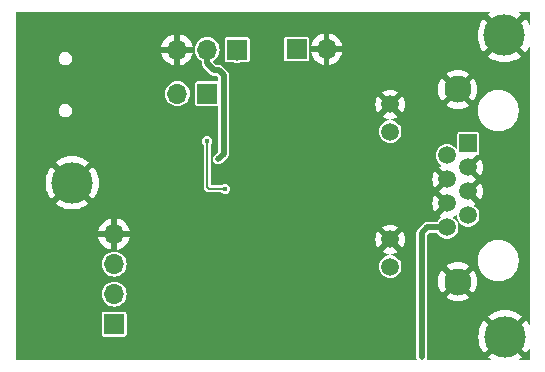
<source format=gbr>
%TF.GenerationSoftware,KiCad,Pcbnew,8.0.5*%
%TF.CreationDate,2024-10-10T08:51:45+02:00*%
%TF.ProjectId,USB-Extender_v1,5553422d-4578-4746-956e-6465725f7631,rev?*%
%TF.SameCoordinates,Original*%
%TF.FileFunction,Copper,L2,Bot*%
%TF.FilePolarity,Positive*%
%FSLAX46Y46*%
G04 Gerber Fmt 4.6, Leading zero omitted, Abs format (unit mm)*
G04 Created by KiCad (PCBNEW 8.0.5) date 2024-10-10 08:51:45*
%MOMM*%
%LPD*%
G01*
G04 APERTURE LIST*
%TA.AperFunction,ComponentPad*%
%ADD10R,1.700000X1.700000*%
%TD*%
%TA.AperFunction,ComponentPad*%
%ADD11O,1.700000X1.700000*%
%TD*%
%TA.AperFunction,ComponentPad*%
%ADD12C,3.500000*%
%TD*%
%TA.AperFunction,ComponentPad*%
%ADD13R,1.500000X1.500000*%
%TD*%
%TA.AperFunction,ComponentPad*%
%ADD14C,1.500000*%
%TD*%
%TA.AperFunction,ComponentPad*%
%ADD15C,2.300000*%
%TD*%
%TA.AperFunction,ViaPad*%
%ADD16C,0.450000*%
%TD*%
%TA.AperFunction,Conductor*%
%ADD17C,0.500000*%
%TD*%
%TA.AperFunction,Conductor*%
%ADD18C,0.200000*%
%TD*%
G04 APERTURE END LIST*
D10*
%TO.P,J5,1,Pin_1*%
%TO.N,+5V*%
X125857000Y-62052200D03*
D11*
%TO.P,J5,2,Pin_2*%
%TO.N,GND*%
X128397000Y-62052200D03*
%TD*%
D10*
%TO.P,J6,1,Pin_1*%
%TO.N,+5V*%
X118318200Y-65836800D03*
D11*
%TO.P,J6,2,Pin_2*%
X115778200Y-65836800D03*
%TD*%
D10*
%TO.P,J4,1,Pin_1*%
%TO.N,+5V*%
X110420000Y-85344000D03*
D11*
%TO.P,J4,2,Pin_2*%
%TO.N,Net-(J3-D-)*%
X110420000Y-82804000D03*
%TO.P,J4,3,Pin_3*%
%TO.N,Net-(J3-D+)*%
X110420000Y-80264000D03*
%TO.P,J4,4,Pin_4*%
%TO.N,GND*%
X110420000Y-77724000D03*
%TD*%
D12*
%TO.P,H2,1,1*%
%TO.N,GND*%
X143510000Y-86410800D03*
%TD*%
%TO.P,H3,1,1*%
%TO.N,GND*%
X143459200Y-60909200D03*
%TD*%
D10*
%TO.P,J2,1,Pin_1*%
%TO.N,+5V*%
X120827800Y-62103000D03*
D11*
%TO.P,J2,2,Pin_2*%
%TO.N,MODE*%
X118287800Y-62103000D03*
%TO.P,J2,3,Pin_3*%
%TO.N,GND*%
X115747800Y-62103000D03*
%TD*%
D13*
%TO.P,J1,1*%
%TO.N,Net-(U1-XD+)*%
X140387800Y-70049200D03*
D14*
%TO.P,J1,2*%
%TO.N,Net-(U1-XD-)*%
X138607800Y-71065200D03*
%TO.P,J1,3*%
%TO.N,GND*%
X140387800Y-72081200D03*
%TO.P,J1,4*%
X138607800Y-73097200D03*
%TO.P,J1,5*%
X140387800Y-74113200D03*
%TO.P,J1,6*%
X138607800Y-75129200D03*
%TO.P,J1,7*%
%TO.N,+5V*%
X140387800Y-76145200D03*
%TO.P,J1,8*%
X138607800Y-77161200D03*
%TO.P,J1,9*%
%TO.N,GND*%
X133787800Y-66749200D03*
%TO.P,J1,10*%
%TO.N,unconnected-(J1-Pad10)*%
X133787800Y-69039200D03*
%TO.P,J1,11*%
%TO.N,GND*%
X133787800Y-78179200D03*
%TO.P,J1,12*%
%TO.N,Net-(J1-Pad12)*%
X133787800Y-80469200D03*
D15*
%TO.P,J1,SH*%
%TO.N,GND*%
X139497800Y-65479200D03*
X139497800Y-81739200D03*
%TD*%
D12*
%TO.P,H1,1,1*%
%TO.N,GND*%
X106857800Y-73380600D03*
%TD*%
D16*
%TO.N,GND*%
X111861600Y-64871600D03*
X113411000Y-71856600D03*
X128752600Y-87807800D03*
%TO.N,+5V*%
X136448800Y-88150000D03*
X118287800Y-69850000D03*
X119811800Y-73888600D03*
%TO.N,MODE*%
X119227600Y-71374000D03*
%TD*%
D17*
%TO.N,+5V*%
X136448800Y-88150000D02*
X136448800Y-77622400D01*
D18*
X118287800Y-73761600D02*
X118414800Y-73888600D01*
D17*
X136448800Y-77622400D02*
X136910000Y-77161200D01*
D18*
X118318200Y-69845000D02*
X118287800Y-69875400D01*
X118287800Y-69875400D02*
X118287800Y-73761600D01*
D17*
X136910000Y-77161200D02*
X138607800Y-77161200D01*
D18*
X118414800Y-73888600D02*
X119811800Y-73888600D01*
D17*
X120853200Y-62814200D02*
X120650000Y-62611000D01*
%TO.N,MODE*%
X119227600Y-71374000D02*
X119684800Y-70916800D01*
X118872000Y-63855600D02*
X118287800Y-63271400D01*
X119684800Y-64262000D02*
X119278400Y-63855600D01*
X118287800Y-62788800D02*
X118110000Y-62611000D01*
X119278400Y-63855600D02*
X118872000Y-63855600D01*
X119684800Y-70916800D02*
X119684800Y-64262000D01*
X118287800Y-63271400D02*
X118287800Y-62661800D01*
%TD*%
%TA.AperFunction,Conductor*%
%TO.N,GND*%
G36*
X142258724Y-58934852D02*
G01*
X142273076Y-58969500D01*
X142258724Y-59004148D01*
X142251299Y-59010242D01*
X142086549Y-59120324D01*
X142053159Y-59149605D01*
X142876463Y-59972909D01*
X142742598Y-60070167D01*
X142620167Y-60192598D01*
X142522909Y-60326462D01*
X141699605Y-59503159D01*
X141670324Y-59536549D01*
X141506462Y-59781785D01*
X141376010Y-60046316D01*
X141281201Y-60325613D01*
X141223661Y-60614891D01*
X141204372Y-60909198D01*
X141204372Y-60909201D01*
X141223661Y-61203508D01*
X141281201Y-61492786D01*
X141376010Y-61772083D01*
X141506462Y-62036614D01*
X141670324Y-62281852D01*
X141699604Y-62315239D01*
X141699605Y-62315240D01*
X142522908Y-61491936D01*
X142620167Y-61625802D01*
X142742598Y-61748233D01*
X142876462Y-61845490D01*
X142053158Y-62668793D01*
X142053159Y-62668794D01*
X142086547Y-62698075D01*
X142331785Y-62861937D01*
X142596316Y-62992389D01*
X142875613Y-63087198D01*
X143164891Y-63144738D01*
X143459199Y-63164028D01*
X143459201Y-63164028D01*
X143753508Y-63144738D01*
X144042786Y-63087198D01*
X144322083Y-62992389D01*
X144586614Y-62861937D01*
X144831852Y-62698075D01*
X144865239Y-62668794D01*
X144865240Y-62668793D01*
X144041937Y-61845490D01*
X144175802Y-61748233D01*
X144298233Y-61625802D01*
X144395490Y-61491937D01*
X145218793Y-62315240D01*
X145218794Y-62315239D01*
X145248075Y-62281852D01*
X145411937Y-62036614D01*
X145507353Y-61843129D01*
X145535549Y-61818401D01*
X145572972Y-61820854D01*
X145597700Y-61849050D01*
X145600300Y-61864801D01*
X145600300Y-85352185D01*
X145585948Y-85386833D01*
X145551300Y-85401185D01*
X145516652Y-85386833D01*
X145507353Y-85373857D01*
X145462737Y-85283385D01*
X145298875Y-85038147D01*
X145269594Y-85004759D01*
X145269593Y-85004758D01*
X144446289Y-85828061D01*
X144349033Y-85694198D01*
X144226602Y-85571767D01*
X144092736Y-85474508D01*
X144916040Y-84651205D01*
X144916039Y-84651204D01*
X144882652Y-84621924D01*
X144637414Y-84458062D01*
X144372883Y-84327610D01*
X144093586Y-84232801D01*
X143804308Y-84175261D01*
X143510001Y-84155972D01*
X143509999Y-84155972D01*
X143215691Y-84175261D01*
X142926413Y-84232801D01*
X142647116Y-84327610D01*
X142382585Y-84458062D01*
X142137349Y-84621924D01*
X142103959Y-84651205D01*
X142927263Y-85474509D01*
X142793398Y-85571767D01*
X142670967Y-85694198D01*
X142573709Y-85828062D01*
X141750405Y-85004759D01*
X141721124Y-85038149D01*
X141557262Y-85283385D01*
X141426810Y-85547916D01*
X141332001Y-85827213D01*
X141274461Y-86116491D01*
X141255172Y-86410798D01*
X141255172Y-86410801D01*
X141274461Y-86705108D01*
X141332001Y-86994386D01*
X141426810Y-87273683D01*
X141557262Y-87538214D01*
X141721124Y-87783452D01*
X141750404Y-87816839D01*
X141750405Y-87816840D01*
X142573708Y-86993536D01*
X142670967Y-87127402D01*
X142793398Y-87249833D01*
X142927262Y-87347090D01*
X142103958Y-88170393D01*
X142103959Y-88170394D01*
X142137347Y-88199675D01*
X142302099Y-88309758D01*
X142322934Y-88340940D01*
X142315618Y-88377723D01*
X142284436Y-88398558D01*
X142274876Y-88399500D01*
X136909814Y-88399500D01*
X136875166Y-88385148D01*
X136860814Y-88350500D01*
X136867378Y-88326001D01*
X136868599Y-88323886D01*
X136883949Y-88266597D01*
X136899300Y-88209311D01*
X136899300Y-81739200D01*
X137842698Y-81739200D01*
X137863075Y-81998117D01*
X137923703Y-82250653D01*
X138023094Y-82490604D01*
X138023096Y-82490607D01*
X138158787Y-82712034D01*
X138158796Y-82712047D01*
X138164601Y-82718844D01*
X138793433Y-82090012D01*
X138802142Y-82111037D01*
X138888051Y-82239608D01*
X138997392Y-82348949D01*
X139125963Y-82434858D01*
X139146986Y-82443566D01*
X138518154Y-83072398D01*
X138524949Y-83078201D01*
X138524961Y-83078210D01*
X138746392Y-83213903D01*
X138746395Y-83213905D01*
X138986346Y-83313296D01*
X139238882Y-83373924D01*
X139497800Y-83394301D01*
X139756717Y-83373924D01*
X140009253Y-83313296D01*
X140249204Y-83213905D01*
X140249207Y-83213903D01*
X140470645Y-83078205D01*
X140470647Y-83078204D01*
X140477444Y-83072398D01*
X140477445Y-83072398D01*
X139848613Y-82443566D01*
X139869637Y-82434858D01*
X139998208Y-82348949D01*
X140107549Y-82239608D01*
X140193458Y-82111037D01*
X140202166Y-82090013D01*
X140830998Y-82718845D01*
X140830998Y-82718844D01*
X140836804Y-82712047D01*
X140836805Y-82712045D01*
X140972503Y-82490607D01*
X140972505Y-82490604D01*
X141071896Y-82250653D01*
X141132524Y-81998117D01*
X141152901Y-81739200D01*
X141132524Y-81480282D01*
X141071896Y-81227746D01*
X140972505Y-80987795D01*
X140972503Y-80987792D01*
X140836810Y-80766361D01*
X140836801Y-80766349D01*
X140830998Y-80759554D01*
X140202166Y-81388385D01*
X140193458Y-81367363D01*
X140107549Y-81238792D01*
X139998208Y-81129451D01*
X139869637Y-81043542D01*
X139848611Y-81034833D01*
X140477444Y-80406001D01*
X140470647Y-80400196D01*
X140470634Y-80400187D01*
X140249207Y-80264496D01*
X140249204Y-80264494D01*
X140009253Y-80165103D01*
X139756717Y-80104475D01*
X139497800Y-80084098D01*
X139238882Y-80104475D01*
X138986346Y-80165103D01*
X138746395Y-80264494D01*
X138746392Y-80264496D01*
X138524959Y-80400190D01*
X138524957Y-80400192D01*
X138518154Y-80406001D01*
X139146986Y-81034833D01*
X139125963Y-81043542D01*
X138997392Y-81129451D01*
X138888051Y-81238792D01*
X138802142Y-81367363D01*
X138793433Y-81388386D01*
X138164601Y-80759554D01*
X138158792Y-80766357D01*
X138158790Y-80766359D01*
X138023096Y-80987792D01*
X138023094Y-80987795D01*
X137923703Y-81227746D01*
X137863075Y-81480282D01*
X137842698Y-81739200D01*
X136899300Y-81739200D01*
X136899300Y-79844794D01*
X141182300Y-79844794D01*
X141182300Y-80073606D01*
X141212166Y-80300461D01*
X141212167Y-80300465D01*
X141212168Y-80300472D01*
X141271384Y-80521469D01*
X141271388Y-80521479D01*
X141358950Y-80732872D01*
X141473354Y-80931025D01*
X141473364Y-80931040D01*
X141612643Y-81112551D01*
X141612653Y-81112563D01*
X141774436Y-81274346D01*
X141774448Y-81274356D01*
X141955959Y-81413635D01*
X141955968Y-81413641D01*
X141955972Y-81413644D01*
X142154129Y-81528050D01*
X142365524Y-81615613D01*
X142365527Y-81615613D01*
X142365530Y-81615615D01*
X142586527Y-81674831D01*
X142586528Y-81674831D01*
X142586539Y-81674834D01*
X142813394Y-81704700D01*
X142813398Y-81704700D01*
X143042202Y-81704700D01*
X143042206Y-81704700D01*
X143269061Y-81674834D01*
X143490076Y-81615613D01*
X143701471Y-81528050D01*
X143899628Y-81413644D01*
X144081157Y-81274352D01*
X144242952Y-81112557D01*
X144382244Y-80931028D01*
X144496650Y-80732871D01*
X144584213Y-80521476D01*
X144598024Y-80469935D01*
X144643431Y-80300472D01*
X144643430Y-80300472D01*
X144643434Y-80300461D01*
X144673300Y-80073606D01*
X144673300Y-79844794D01*
X144643434Y-79617939D01*
X144643431Y-79617927D01*
X144584215Y-79396930D01*
X144584211Y-79396920D01*
X144579818Y-79386315D01*
X144496650Y-79185529D01*
X144382244Y-78987372D01*
X144382241Y-78987368D01*
X144382235Y-78987359D01*
X144242956Y-78805848D01*
X144242946Y-78805836D01*
X144081163Y-78644053D01*
X144081151Y-78644043D01*
X143899640Y-78504764D01*
X143899625Y-78504754D01*
X143701472Y-78390350D01*
X143490079Y-78302788D01*
X143490069Y-78302784D01*
X143269072Y-78243568D01*
X143269065Y-78243567D01*
X143269061Y-78243566D01*
X143042206Y-78213700D01*
X142813394Y-78213700D01*
X142586539Y-78243566D01*
X142586535Y-78243566D01*
X142586527Y-78243568D01*
X142365530Y-78302784D01*
X142365520Y-78302788D01*
X142154127Y-78390350D01*
X141955974Y-78504754D01*
X141955959Y-78504764D01*
X141774448Y-78644043D01*
X141774436Y-78644053D01*
X141612653Y-78805836D01*
X141612643Y-78805848D01*
X141473364Y-78987359D01*
X141473354Y-78987374D01*
X141358950Y-79185527D01*
X141271388Y-79396920D01*
X141271384Y-79396930D01*
X141212168Y-79617927D01*
X141212166Y-79617935D01*
X141212166Y-79617939D01*
X141182300Y-79844794D01*
X136899300Y-79844794D01*
X136899300Y-77829299D01*
X136913652Y-77794651D01*
X137082251Y-77626052D01*
X137116899Y-77611700D01*
X137741467Y-77611700D01*
X137776115Y-77626052D01*
X137784681Y-77637602D01*
X137813659Y-77691818D01*
X137813663Y-77691823D01*
X137813663Y-77691824D01*
X137813668Y-77691830D01*
X137932440Y-77836554D01*
X137932441Y-77836555D01*
X137932443Y-77836557D01*
X137993136Y-77886366D01*
X138077168Y-77955331D01*
X138077175Y-77955336D01*
X138242299Y-78043596D01*
X138421469Y-78097947D01*
X138607800Y-78116299D01*
X138794131Y-78097947D01*
X138973301Y-78043596D01*
X139138425Y-77955336D01*
X139283157Y-77836557D01*
X139401936Y-77691825D01*
X139490196Y-77526701D01*
X139544547Y-77347531D01*
X139562899Y-77161200D01*
X139544547Y-76974869D01*
X139490196Y-76795699D01*
X139401936Y-76630575D01*
X139401931Y-76630568D01*
X139303558Y-76510702D01*
X139283157Y-76485843D01*
X139215082Y-76429975D01*
X139138431Y-76367068D01*
X139138427Y-76367066D01*
X139138428Y-76367066D01*
X139138425Y-76367064D01*
X139118871Y-76356612D01*
X139095081Y-76327622D01*
X139098757Y-76290300D01*
X139121263Y-76268990D01*
X139235186Y-76215867D01*
X139235192Y-76215864D01*
X139357814Y-76130002D01*
X139394428Y-76121884D01*
X139426058Y-76142034D01*
X139434684Y-76165337D01*
X139451053Y-76331531D01*
X139451053Y-76331532D01*
X139505404Y-76510702D01*
X139593663Y-76675824D01*
X139593668Y-76675831D01*
X139622285Y-76710700D01*
X139712443Y-76820557D01*
X139751886Y-76852927D01*
X139857168Y-76939331D01*
X139857175Y-76939336D01*
X140022299Y-77027596D01*
X140201469Y-77081947D01*
X140387800Y-77100299D01*
X140574131Y-77081947D01*
X140753301Y-77027596D01*
X140918425Y-76939336D01*
X141063157Y-76820557D01*
X141181936Y-76675825D01*
X141270196Y-76510701D01*
X141324547Y-76331531D01*
X141342899Y-76145200D01*
X141324547Y-75958869D01*
X141270196Y-75779699D01*
X141181936Y-75614575D01*
X141181931Y-75614568D01*
X141123913Y-75543874D01*
X141063157Y-75469843D01*
X140981022Y-75402436D01*
X140918431Y-75351068D01*
X140918427Y-75351066D01*
X140918428Y-75351066D01*
X140918425Y-75351064D01*
X140898871Y-75340612D01*
X140875081Y-75311622D01*
X140878757Y-75274300D01*
X140901263Y-75252990D01*
X141015180Y-75199870D01*
X141015189Y-75199865D01*
X141077370Y-75156324D01*
X141077370Y-75156323D01*
X140472302Y-74551255D01*
X140559564Y-74527874D01*
X140661036Y-74469289D01*
X140743889Y-74386436D01*
X140802474Y-74284964D01*
X140825855Y-74197702D01*
X141430923Y-74802770D01*
X141430924Y-74802770D01*
X141474465Y-74740589D01*
X141474470Y-74740579D01*
X141566903Y-74542355D01*
X141566905Y-74542350D01*
X141623510Y-74331097D01*
X141623511Y-74331091D01*
X141642574Y-74113200D01*
X141623511Y-73895308D01*
X141623510Y-73895302D01*
X141566905Y-73684049D01*
X141566904Y-73684044D01*
X141474468Y-73485814D01*
X141474460Y-73485802D01*
X141430926Y-73423628D01*
X141430924Y-73423628D01*
X140825855Y-74028697D01*
X140802474Y-73941436D01*
X140743889Y-73839964D01*
X140661036Y-73757111D01*
X140559564Y-73698526D01*
X140472302Y-73675144D01*
X141050246Y-73097201D01*
X141050246Y-73097199D01*
X140472302Y-72519255D01*
X140559564Y-72495874D01*
X140661036Y-72437289D01*
X140743889Y-72354436D01*
X140802474Y-72252964D01*
X140825855Y-72165702D01*
X141430923Y-72770770D01*
X141430924Y-72770770D01*
X141474465Y-72708589D01*
X141474470Y-72708579D01*
X141566903Y-72510355D01*
X141566905Y-72510350D01*
X141623510Y-72299097D01*
X141623511Y-72299091D01*
X141642574Y-72081200D01*
X141623511Y-71863308D01*
X141623510Y-71863302D01*
X141566905Y-71652049D01*
X141566904Y-71652044D01*
X141474468Y-71453814D01*
X141474460Y-71453802D01*
X141430926Y-71391628D01*
X141430924Y-71391628D01*
X140825855Y-71996697D01*
X140802474Y-71909436D01*
X140743889Y-71807964D01*
X140661036Y-71725111D01*
X140559564Y-71666526D01*
X140472302Y-71643144D01*
X141086134Y-71029310D01*
X141089952Y-71017203D01*
X141123218Y-70999886D01*
X141127488Y-70999700D01*
X141157545Y-70999700D01*
X141157548Y-70999700D01*
X141216031Y-70988067D01*
X141282352Y-70943752D01*
X141326667Y-70877431D01*
X141338300Y-70818948D01*
X141338300Y-69279452D01*
X141326667Y-69220969D01*
X141300101Y-69181212D01*
X141282352Y-69154647D01*
X141242595Y-69128082D01*
X141216031Y-69110333D01*
X141157548Y-69098700D01*
X139618052Y-69098700D01*
X139559569Y-69110333D01*
X139493247Y-69154647D01*
X139448933Y-69220969D01*
X139437300Y-69279452D01*
X139437300Y-69279455D01*
X139437300Y-70440720D01*
X139422948Y-70475368D01*
X139388300Y-70489720D01*
X139353652Y-70475368D01*
X139350423Y-70471806D01*
X139324911Y-70440720D01*
X139283157Y-70389843D01*
X139215082Y-70333975D01*
X139138431Y-70271068D01*
X139138424Y-70271063D01*
X138973302Y-70182804D01*
X138794131Y-70128453D01*
X138607800Y-70110101D01*
X138421468Y-70128453D01*
X138421467Y-70128453D01*
X138242297Y-70182804D01*
X138077175Y-70271063D01*
X138077168Y-70271068D01*
X137932443Y-70389843D01*
X137813668Y-70534568D01*
X137813663Y-70534575D01*
X137725404Y-70699697D01*
X137671053Y-70878867D01*
X137671053Y-70878868D01*
X137652701Y-71065199D01*
X137652701Y-71065200D01*
X137671053Y-71251531D01*
X137725404Y-71430702D01*
X137813663Y-71595824D01*
X137813668Y-71595831D01*
X137858628Y-71650614D01*
X137932443Y-71740557D01*
X138077175Y-71859336D01*
X138096725Y-71869786D01*
X138120517Y-71898775D01*
X138116842Y-71936098D01*
X138094336Y-71957409D01*
X137980413Y-72010532D01*
X137918228Y-72054074D01*
X138523297Y-72659144D01*
X138436036Y-72682526D01*
X138334564Y-72741111D01*
X138251711Y-72823964D01*
X138193126Y-72925436D01*
X138169744Y-73012698D01*
X137564674Y-72407628D01*
X137521132Y-72469814D01*
X137521131Y-72469816D01*
X137428695Y-72668044D01*
X137428694Y-72668049D01*
X137372089Y-72879302D01*
X137372088Y-72879308D01*
X137353025Y-73097200D01*
X137372088Y-73315091D01*
X137372089Y-73315097D01*
X137428694Y-73526350D01*
X137428696Y-73526355D01*
X137521131Y-73724586D01*
X137521138Y-73724598D01*
X137564672Y-73786770D01*
X137564674Y-73786770D01*
X138169744Y-73181701D01*
X138193126Y-73268964D01*
X138251711Y-73370436D01*
X138334564Y-73453289D01*
X138436036Y-73511874D01*
X138523297Y-73535255D01*
X137945353Y-74113200D01*
X138523297Y-74691144D01*
X138436036Y-74714526D01*
X138334564Y-74773111D01*
X138251711Y-74855964D01*
X138193126Y-74957436D01*
X138169744Y-75044698D01*
X137564674Y-74439628D01*
X137521132Y-74501814D01*
X137521131Y-74501816D01*
X137428695Y-74700044D01*
X137428694Y-74700049D01*
X137372089Y-74911302D01*
X137372088Y-74911308D01*
X137353025Y-75129200D01*
X137372088Y-75347091D01*
X137372089Y-75347097D01*
X137428694Y-75558350D01*
X137428696Y-75558355D01*
X137521131Y-75756586D01*
X137521138Y-75756598D01*
X137564672Y-75818770D01*
X137564674Y-75818770D01*
X138169744Y-75213701D01*
X138193126Y-75300964D01*
X138251711Y-75402436D01*
X138334564Y-75485289D01*
X138436036Y-75543874D01*
X138523295Y-75567255D01*
X137918228Y-76172323D01*
X137918228Y-76172325D01*
X137980412Y-76215866D01*
X137980420Y-76215870D01*
X138094336Y-76268990D01*
X138119673Y-76296640D01*
X138118037Y-76334107D01*
X138096728Y-76356612D01*
X138077175Y-76367063D01*
X138077168Y-76367068D01*
X137932440Y-76485845D01*
X137813668Y-76630569D01*
X137813659Y-76630581D01*
X137784681Y-76684798D01*
X137755691Y-76708590D01*
X137741467Y-76710700D01*
X136850688Y-76710700D01*
X136736117Y-76741399D01*
X136736111Y-76741401D01*
X136721708Y-76749718D01*
X136633385Y-76800711D01*
X136633385Y-76800712D01*
X136088312Y-77345785D01*
X136088311Y-77345785D01*
X136029001Y-77448511D01*
X136027332Y-77454743D01*
X136027331Y-77454742D01*
X136027331Y-77454746D01*
X135998300Y-77563088D01*
X135998300Y-88209311D01*
X136029000Y-88323884D01*
X136029000Y-88323886D01*
X136030222Y-88326001D01*
X136035116Y-88363183D01*
X136012285Y-88392936D01*
X135987786Y-88399500D01*
X102149500Y-88399500D01*
X102114852Y-88385148D01*
X102100500Y-88350500D01*
X102100500Y-84474252D01*
X109369500Y-84474252D01*
X109369500Y-86213748D01*
X109381133Y-86272231D01*
X109398882Y-86298795D01*
X109425447Y-86338552D01*
X109452012Y-86356301D01*
X109491769Y-86382867D01*
X109550252Y-86394500D01*
X109550255Y-86394500D01*
X111289745Y-86394500D01*
X111289748Y-86394500D01*
X111348231Y-86382867D01*
X111414552Y-86338552D01*
X111458867Y-86272231D01*
X111470500Y-86213748D01*
X111470500Y-84474252D01*
X111458867Y-84415769D01*
X111432301Y-84376012D01*
X111414552Y-84349447D01*
X111374795Y-84322882D01*
X111348231Y-84305133D01*
X111289748Y-84293500D01*
X109550252Y-84293500D01*
X109491769Y-84305133D01*
X109425447Y-84349447D01*
X109381133Y-84415769D01*
X109369500Y-84474252D01*
X102100500Y-84474252D01*
X102100500Y-82803999D01*
X109364417Y-82803999D01*
X109364417Y-82804000D01*
X109384700Y-83009934D01*
X109384700Y-83009935D01*
X109405411Y-83078210D01*
X109444768Y-83207954D01*
X109542315Y-83390450D01*
X109673590Y-83550410D01*
X109833550Y-83681685D01*
X110016046Y-83779232D01*
X110214066Y-83839300D01*
X110420000Y-83859583D01*
X110625934Y-83839300D01*
X110823954Y-83779232D01*
X111006450Y-83681685D01*
X111166410Y-83550410D01*
X111297685Y-83390450D01*
X111395232Y-83207954D01*
X111455300Y-83009934D01*
X111475583Y-82804000D01*
X111455300Y-82598066D01*
X111395232Y-82400046D01*
X111297685Y-82217550D01*
X111166410Y-82057590D01*
X111006450Y-81926315D01*
X110823954Y-81828768D01*
X110625934Y-81768700D01*
X110420000Y-81748417D01*
X110214065Y-81768700D01*
X110214064Y-81768700D01*
X110016043Y-81828769D01*
X109833548Y-81926316D01*
X109673590Y-82057590D01*
X109542316Y-82217548D01*
X109444769Y-82400043D01*
X109384700Y-82598064D01*
X109384700Y-82598065D01*
X109364417Y-82803999D01*
X102100500Y-82803999D01*
X102100500Y-80264000D01*
X109364417Y-80264000D01*
X109384700Y-80469934D01*
X109444768Y-80667954D01*
X109542315Y-80850450D01*
X109673590Y-81010410D01*
X109833550Y-81141685D01*
X110016046Y-81239232D01*
X110214066Y-81299300D01*
X110420000Y-81319583D01*
X110625934Y-81299300D01*
X110823954Y-81239232D01*
X111006450Y-81141685D01*
X111166410Y-81010410D01*
X111297685Y-80850450D01*
X111395232Y-80667954D01*
X111455300Y-80469934D01*
X111475583Y-80264000D01*
X111455300Y-80058066D01*
X111395232Y-79860046D01*
X111297685Y-79677550D01*
X111166410Y-79517590D01*
X111006450Y-79386315D01*
X110823954Y-79288768D01*
X110625934Y-79228700D01*
X110420000Y-79208417D01*
X110214065Y-79228700D01*
X110214064Y-79228700D01*
X110016043Y-79288769D01*
X109833548Y-79386316D01*
X109673590Y-79517590D01*
X109542316Y-79677548D01*
X109444769Y-79860043D01*
X109384700Y-80058064D01*
X109384700Y-80058065D01*
X109384700Y-80058066D01*
X109364417Y-80264000D01*
X102100500Y-80264000D01*
X102100500Y-77473999D01*
X109089363Y-77473999D01*
X109089364Y-77474000D01*
X109986988Y-77474000D01*
X109954075Y-77531007D01*
X109920000Y-77658174D01*
X109920000Y-77789826D01*
X109954075Y-77916993D01*
X109986988Y-77974000D01*
X109089363Y-77974000D01*
X109146566Y-78187483D01*
X109146568Y-78187488D01*
X109246398Y-78401577D01*
X109246405Y-78401589D01*
X109381885Y-78595072D01*
X109381891Y-78595079D01*
X109548920Y-78762108D01*
X109548927Y-78762114D01*
X109742410Y-78897594D01*
X109742422Y-78897601D01*
X109956511Y-78997431D01*
X109956516Y-78997433D01*
X110170000Y-79054634D01*
X110170000Y-78157012D01*
X110227007Y-78189925D01*
X110354174Y-78224000D01*
X110485826Y-78224000D01*
X110612993Y-78189925D01*
X110670000Y-78157012D01*
X110670000Y-79054634D01*
X110883483Y-78997433D01*
X110883488Y-78997431D01*
X111097577Y-78897601D01*
X111097589Y-78897594D01*
X111291072Y-78762114D01*
X111291079Y-78762108D01*
X111458108Y-78595079D01*
X111458114Y-78595072D01*
X111593594Y-78401589D01*
X111593601Y-78401577D01*
X111693431Y-78187488D01*
X111693433Y-78187483D01*
X111695652Y-78179200D01*
X132533025Y-78179200D01*
X132552088Y-78397091D01*
X132552089Y-78397097D01*
X132608694Y-78608350D01*
X132608696Y-78608355D01*
X132701131Y-78806586D01*
X132701138Y-78806598D01*
X132744672Y-78868770D01*
X132744674Y-78868770D01*
X133349744Y-78263701D01*
X133373126Y-78350964D01*
X133431711Y-78452436D01*
X133514564Y-78535289D01*
X133616036Y-78593874D01*
X133703297Y-78617255D01*
X133098228Y-79222323D01*
X133098228Y-79222325D01*
X133160412Y-79265866D01*
X133160420Y-79265870D01*
X133358644Y-79358303D01*
X133358649Y-79358305D01*
X133569902Y-79414910D01*
X133569908Y-79414911D01*
X133693683Y-79425740D01*
X133726948Y-79443057D01*
X133738226Y-79478825D01*
X133720909Y-79512090D01*
X133694215Y-79523318D01*
X133601469Y-79532453D01*
X133601467Y-79532453D01*
X133422297Y-79586804D01*
X133257175Y-79675063D01*
X133257168Y-79675068D01*
X133112443Y-79793843D01*
X132993668Y-79938568D01*
X132993663Y-79938575D01*
X132905404Y-80103697D01*
X132851053Y-80282867D01*
X132851053Y-80282868D01*
X132832701Y-80469199D01*
X132832701Y-80469200D01*
X132851053Y-80655531D01*
X132851053Y-80655532D01*
X132905404Y-80834702D01*
X132993663Y-80999824D01*
X132993668Y-80999831D01*
X133056575Y-81076482D01*
X133112443Y-81144557D01*
X133195390Y-81212630D01*
X133257168Y-81263331D01*
X133257175Y-81263336D01*
X133324457Y-81299299D01*
X133422299Y-81351596D01*
X133601469Y-81405947D01*
X133787800Y-81424299D01*
X133974131Y-81405947D01*
X134153301Y-81351596D01*
X134318425Y-81263336D01*
X134463157Y-81144557D01*
X134581936Y-80999825D01*
X134670196Y-80834701D01*
X134724547Y-80655531D01*
X134742899Y-80469200D01*
X134724547Y-80282869D01*
X134670196Y-80103699D01*
X134581936Y-79938575D01*
X134581931Y-79938568D01*
X134531230Y-79876790D01*
X134463157Y-79793843D01*
X134395082Y-79737975D01*
X134318431Y-79675068D01*
X134318424Y-79675063D01*
X134153302Y-79586804D01*
X133974131Y-79532453D01*
X133881384Y-79523318D01*
X133848309Y-79505639D01*
X133837423Y-79469751D01*
X133855102Y-79436676D01*
X133881916Y-79425740D01*
X134005691Y-79414911D01*
X134005697Y-79414910D01*
X134216950Y-79358305D01*
X134216955Y-79358303D01*
X134415179Y-79265870D01*
X134415189Y-79265865D01*
X134477370Y-79222324D01*
X134477370Y-79222323D01*
X133872302Y-78617255D01*
X133959564Y-78593874D01*
X134061036Y-78535289D01*
X134143889Y-78452436D01*
X134202474Y-78350964D01*
X134225855Y-78263702D01*
X134830923Y-78868770D01*
X134830924Y-78868770D01*
X134874465Y-78806589D01*
X134874470Y-78806579D01*
X134966903Y-78608355D01*
X134966905Y-78608350D01*
X135023510Y-78397097D01*
X135023511Y-78397091D01*
X135042574Y-78179200D01*
X135023511Y-77961308D01*
X135023510Y-77961302D01*
X134966905Y-77750049D01*
X134966904Y-77750044D01*
X134874468Y-77551814D01*
X134874460Y-77551802D01*
X134830926Y-77489628D01*
X134830924Y-77489628D01*
X134225855Y-78094697D01*
X134202474Y-78007436D01*
X134143889Y-77905964D01*
X134061036Y-77823111D01*
X133959564Y-77764526D01*
X133872300Y-77741143D01*
X134477370Y-77136074D01*
X134477370Y-77136072D01*
X134415198Y-77092538D01*
X134415186Y-77092531D01*
X134216955Y-77000096D01*
X134216950Y-77000094D01*
X134005697Y-76943489D01*
X134005691Y-76943488D01*
X133787800Y-76924425D01*
X133569908Y-76943488D01*
X133569902Y-76943489D01*
X133358649Y-77000094D01*
X133358644Y-77000095D01*
X133160416Y-77092531D01*
X133160414Y-77092532D01*
X133098228Y-77136074D01*
X133703298Y-77741144D01*
X133616036Y-77764526D01*
X133514564Y-77823111D01*
X133431711Y-77905964D01*
X133373126Y-78007436D01*
X133349744Y-78094698D01*
X132744674Y-77489628D01*
X132701132Y-77551814D01*
X132701131Y-77551816D01*
X132608695Y-77750044D01*
X132608694Y-77750049D01*
X132552089Y-77961302D01*
X132552088Y-77961308D01*
X132533025Y-78179200D01*
X111695652Y-78179200D01*
X111750636Y-77974000D01*
X110853012Y-77974000D01*
X110885925Y-77916993D01*
X110920000Y-77789826D01*
X110920000Y-77658174D01*
X110885925Y-77531007D01*
X110853012Y-77474000D01*
X111750636Y-77474000D01*
X111750636Y-77473999D01*
X111693433Y-77260516D01*
X111693432Y-77260511D01*
X111593601Y-77046423D01*
X111593594Y-77046411D01*
X111458114Y-76852927D01*
X111458108Y-76852920D01*
X111291079Y-76685891D01*
X111291072Y-76685885D01*
X111097589Y-76550405D01*
X111097577Y-76550398D01*
X110883488Y-76450568D01*
X110883483Y-76450566D01*
X110670000Y-76393363D01*
X110670000Y-77290988D01*
X110612993Y-77258075D01*
X110485826Y-77224000D01*
X110354174Y-77224000D01*
X110227007Y-77258075D01*
X110170000Y-77290988D01*
X110170000Y-76393363D01*
X110169999Y-76393363D01*
X109956516Y-76450566D01*
X109956511Y-76450567D01*
X109742423Y-76550398D01*
X109742411Y-76550405D01*
X109548927Y-76685885D01*
X109548920Y-76685891D01*
X109381891Y-76852920D01*
X109381885Y-76852927D01*
X109246405Y-77046411D01*
X109246398Y-77046423D01*
X109146567Y-77260511D01*
X109146566Y-77260516D01*
X109089363Y-77473999D01*
X102100500Y-77473999D01*
X102100500Y-73380598D01*
X104602972Y-73380598D01*
X104602972Y-73380601D01*
X104622261Y-73674908D01*
X104679801Y-73964186D01*
X104774610Y-74243483D01*
X104905062Y-74508014D01*
X105068924Y-74753252D01*
X105098204Y-74786639D01*
X105098205Y-74786640D01*
X105921508Y-73963336D01*
X106018767Y-74097202D01*
X106141198Y-74219633D01*
X106275062Y-74316890D01*
X105451758Y-75140193D01*
X105451759Y-75140194D01*
X105485147Y-75169475D01*
X105730385Y-75333337D01*
X105994916Y-75463789D01*
X106274213Y-75558598D01*
X106563491Y-75616138D01*
X106857799Y-75635428D01*
X106857801Y-75635428D01*
X107152108Y-75616138D01*
X107441386Y-75558598D01*
X107720683Y-75463789D01*
X107985214Y-75333337D01*
X108230452Y-75169475D01*
X108263839Y-75140194D01*
X108263840Y-75140193D01*
X107440537Y-74316890D01*
X107574402Y-74219633D01*
X107696833Y-74097202D01*
X107794090Y-73963337D01*
X108617393Y-74786640D01*
X108617394Y-74786639D01*
X108646675Y-74753252D01*
X108810537Y-74508014D01*
X108940989Y-74243483D01*
X109035798Y-73964186D01*
X109093338Y-73674908D01*
X109112628Y-73380601D01*
X109112628Y-73380598D01*
X109093338Y-73086291D01*
X109035798Y-72797013D01*
X108940989Y-72517716D01*
X108810537Y-72253185D01*
X108646675Y-72007947D01*
X108617394Y-71974559D01*
X108617393Y-71974558D01*
X107794089Y-72797861D01*
X107696833Y-72663998D01*
X107574402Y-72541567D01*
X107440536Y-72444308D01*
X108263840Y-71621005D01*
X108263839Y-71621004D01*
X108230452Y-71591724D01*
X107985214Y-71427862D01*
X107720683Y-71297410D01*
X107441386Y-71202601D01*
X107152108Y-71145061D01*
X106857801Y-71125772D01*
X106857799Y-71125772D01*
X106563491Y-71145061D01*
X106274213Y-71202601D01*
X105994916Y-71297410D01*
X105730385Y-71427862D01*
X105485149Y-71591724D01*
X105451759Y-71621005D01*
X106275063Y-72444309D01*
X106141198Y-72541567D01*
X106018767Y-72663998D01*
X105921509Y-72797862D01*
X105098205Y-71974559D01*
X105068924Y-72007949D01*
X104905062Y-72253185D01*
X104774610Y-72517716D01*
X104679801Y-72797013D01*
X104622261Y-73086291D01*
X104602972Y-73380598D01*
X102100500Y-73380598D01*
X102100500Y-69850000D01*
X117856996Y-69850000D01*
X117878081Y-69983126D01*
X117878081Y-69983127D01*
X117878082Y-69983128D01*
X117939267Y-70103213D01*
X117939272Y-70103220D01*
X117972948Y-70136896D01*
X117987300Y-70171544D01*
X117987300Y-73801163D01*
X118007779Y-73877589D01*
X118007779Y-73877591D01*
X118036977Y-73928162D01*
X118047336Y-73946105D01*
X118047338Y-73946107D01*
X118047340Y-73946111D01*
X118174340Y-74073111D01*
X118230289Y-74129060D01*
X118298811Y-74168621D01*
X118334278Y-74178124D01*
X118375236Y-74189100D01*
X118375238Y-74189100D01*
X119490256Y-74189100D01*
X119524904Y-74203452D01*
X119558579Y-74237127D01*
X119558586Y-74237132D01*
X119638642Y-74277922D01*
X119678674Y-74298319D01*
X119811800Y-74319404D01*
X119944926Y-74298319D01*
X120052548Y-74243483D01*
X120065013Y-74237132D01*
X120065015Y-74237130D01*
X120065020Y-74237128D01*
X120160328Y-74141820D01*
X120221519Y-74021726D01*
X120242604Y-73888600D01*
X120221519Y-73755474D01*
X120177051Y-73668200D01*
X120160332Y-73635386D01*
X120160327Y-73635379D01*
X120065020Y-73540072D01*
X120065013Y-73540067D01*
X119944928Y-73478882D01*
X119944927Y-73478881D01*
X119944926Y-73478881D01*
X119811800Y-73457796D01*
X119678674Y-73478881D01*
X119678672Y-73478881D01*
X119678671Y-73478882D01*
X119558586Y-73540067D01*
X119558579Y-73540072D01*
X119524904Y-73573748D01*
X119490256Y-73588100D01*
X118637300Y-73588100D01*
X118602652Y-73573748D01*
X118588300Y-73539100D01*
X118588300Y-70171544D01*
X118602652Y-70136896D01*
X118611095Y-70128453D01*
X118636328Y-70103220D01*
X118697519Y-69983126D01*
X118718604Y-69850000D01*
X118697519Y-69716874D01*
X118677122Y-69676842D01*
X118636332Y-69596786D01*
X118636327Y-69596779D01*
X118541020Y-69501472D01*
X118541013Y-69501467D01*
X118420928Y-69440282D01*
X118420927Y-69440281D01*
X118420926Y-69440281D01*
X118287800Y-69419196D01*
X118154674Y-69440281D01*
X118154672Y-69440281D01*
X118154671Y-69440282D01*
X118034586Y-69501467D01*
X118034579Y-69501472D01*
X117939272Y-69596779D01*
X117939267Y-69596786D01*
X117878082Y-69716871D01*
X117878081Y-69716872D01*
X117878081Y-69716874D01*
X117856996Y-69850000D01*
X102100500Y-69850000D01*
X102100500Y-67199688D01*
X105712100Y-67199688D01*
X105712100Y-67349911D01*
X105750977Y-67495004D01*
X105750978Y-67495007D01*
X105811863Y-67600461D01*
X105826086Y-67625095D01*
X105932305Y-67731314D01*
X105979918Y-67758804D01*
X106062392Y-67806421D01*
X106062395Y-67806422D01*
X106207488Y-67845299D01*
X106207489Y-67845300D01*
X106207492Y-67845300D01*
X106357711Y-67845300D01*
X106357711Y-67845299D01*
X106502805Y-67806422D01*
X106632895Y-67731314D01*
X106739114Y-67625095D01*
X106814222Y-67495005D01*
X106853099Y-67349911D01*
X106853100Y-67349911D01*
X106853100Y-67199689D01*
X106853099Y-67199688D01*
X106814222Y-67054595D01*
X106814221Y-67054592D01*
X106739113Y-66924504D01*
X106632895Y-66818286D01*
X106502807Y-66743178D01*
X106502804Y-66743177D01*
X106357711Y-66704300D01*
X106357708Y-66704300D01*
X106207492Y-66704300D01*
X106207489Y-66704300D01*
X106062395Y-66743177D01*
X106062392Y-66743178D01*
X105932304Y-66818286D01*
X105932304Y-66818287D01*
X105826087Y-66924504D01*
X105826086Y-66924504D01*
X105750978Y-67054592D01*
X105750977Y-67054595D01*
X105712100Y-67199688D01*
X102100500Y-67199688D01*
X102100500Y-65836799D01*
X114722617Y-65836799D01*
X114722617Y-65836800D01*
X114742900Y-66042734D01*
X114742900Y-66042735D01*
X114762044Y-66105843D01*
X114802968Y-66240754D01*
X114900515Y-66423250D01*
X115031790Y-66583210D01*
X115191750Y-66714485D01*
X115374246Y-66812032D01*
X115572266Y-66872100D01*
X115778200Y-66892383D01*
X115984134Y-66872100D01*
X116182154Y-66812032D01*
X116364650Y-66714485D01*
X116524610Y-66583210D01*
X116655885Y-66423250D01*
X116753432Y-66240754D01*
X116813500Y-66042734D01*
X116833783Y-65836800D01*
X116813500Y-65630866D01*
X116753432Y-65432846D01*
X116655885Y-65250350D01*
X116524610Y-65090390D01*
X116364650Y-64959115D01*
X116182154Y-64861568D01*
X115984134Y-64801500D01*
X115778200Y-64781217D01*
X115572265Y-64801500D01*
X115572264Y-64801500D01*
X115374243Y-64861569D01*
X115191748Y-64959116D01*
X115031790Y-65090390D01*
X114900516Y-65250348D01*
X114802969Y-65432843D01*
X114742900Y-65630864D01*
X114742900Y-65630865D01*
X114722617Y-65836799D01*
X102100500Y-65836799D01*
X102100500Y-62799688D01*
X105712100Y-62799688D01*
X105712100Y-62949911D01*
X105750977Y-63095004D01*
X105750978Y-63095007D01*
X105826086Y-63225095D01*
X105932305Y-63331314D01*
X105979918Y-63358804D01*
X106062392Y-63406421D01*
X106062395Y-63406422D01*
X106207488Y-63445299D01*
X106207489Y-63445300D01*
X106207492Y-63445300D01*
X106357711Y-63445300D01*
X106357711Y-63445299D01*
X106502805Y-63406422D01*
X106632895Y-63331314D01*
X106739114Y-63225095D01*
X106809779Y-63102700D01*
X106814221Y-63095007D01*
X106814222Y-63095004D01*
X106815481Y-63090308D01*
X106853099Y-62949911D01*
X106853100Y-62949911D01*
X106853100Y-62799689D01*
X106853099Y-62799688D01*
X106814222Y-62654595D01*
X106814221Y-62654592D01*
X106739113Y-62524504D01*
X106632895Y-62418286D01*
X106502807Y-62343178D01*
X106502804Y-62343177D01*
X106357711Y-62304300D01*
X106357708Y-62304300D01*
X106207492Y-62304300D01*
X106207489Y-62304300D01*
X106062395Y-62343177D01*
X106062392Y-62343178D01*
X105932304Y-62418286D01*
X105932304Y-62418287D01*
X105826087Y-62524504D01*
X105826086Y-62524504D01*
X105750978Y-62654592D01*
X105750977Y-62654595D01*
X105712100Y-62799688D01*
X102100500Y-62799688D01*
X102100500Y-61852999D01*
X114417163Y-61852999D01*
X114417164Y-61853000D01*
X115314788Y-61853000D01*
X115281875Y-61910007D01*
X115247800Y-62037174D01*
X115247800Y-62168826D01*
X115281875Y-62295993D01*
X115314788Y-62353000D01*
X114417163Y-62353000D01*
X114474366Y-62566483D01*
X114474368Y-62566488D01*
X114574198Y-62780577D01*
X114574205Y-62780589D01*
X114709685Y-62974072D01*
X114709691Y-62974079D01*
X114876720Y-63141108D01*
X114876727Y-63141114D01*
X115070210Y-63276594D01*
X115070222Y-63276601D01*
X115284311Y-63376431D01*
X115284316Y-63376433D01*
X115497800Y-63433634D01*
X115497800Y-62536012D01*
X115554807Y-62568925D01*
X115681974Y-62603000D01*
X115813626Y-62603000D01*
X115940793Y-62568925D01*
X115997800Y-62536012D01*
X115997800Y-63433634D01*
X116211283Y-63376433D01*
X116211288Y-63376431D01*
X116425377Y-63276601D01*
X116425389Y-63276594D01*
X116618872Y-63141114D01*
X116618879Y-63141108D01*
X116785908Y-62974079D01*
X116785914Y-62974072D01*
X116921394Y-62780589D01*
X116921401Y-62780577D01*
X117021231Y-62566488D01*
X117021233Y-62566483D01*
X117078436Y-62353000D01*
X116180812Y-62353000D01*
X116213725Y-62295993D01*
X116247800Y-62168826D01*
X116247800Y-62102999D01*
X117232217Y-62102999D01*
X117232217Y-62103000D01*
X117252500Y-62308934D01*
X117252500Y-62308935D01*
X117265867Y-62353000D01*
X117312568Y-62506954D01*
X117410115Y-62689450D01*
X117541390Y-62849410D01*
X117701350Y-62980685D01*
X117811399Y-63039508D01*
X117835190Y-63068497D01*
X117837300Y-63082721D01*
X117837300Y-63330709D01*
X117853387Y-63390748D01*
X117861513Y-63421072D01*
X117861513Y-63421073D01*
X117868000Y-63445286D01*
X117868001Y-63445288D01*
X117896767Y-63495111D01*
X117927311Y-63548014D01*
X118595387Y-64216090D01*
X118595390Y-64216091D01*
X118595393Y-64216094D01*
X118698111Y-64275398D01*
X118698113Y-64275398D01*
X118698114Y-64275399D01*
X118726758Y-64283074D01*
X118812688Y-64306100D01*
X118812691Y-64306100D01*
X119071501Y-64306100D01*
X119106149Y-64320452D01*
X119219948Y-64434251D01*
X119234300Y-64468899D01*
X119234300Y-64737300D01*
X119219948Y-64771948D01*
X119185300Y-64786300D01*
X117448452Y-64786300D01*
X117389969Y-64797933D01*
X117323647Y-64842247D01*
X117279333Y-64908569D01*
X117267700Y-64967052D01*
X117267700Y-66706548D01*
X117279333Y-66765031D01*
X117297082Y-66791595D01*
X117323647Y-66831352D01*
X117350212Y-66849101D01*
X117389969Y-66875667D01*
X117448452Y-66887300D01*
X117448455Y-66887300D01*
X119185300Y-66887300D01*
X119219948Y-66901652D01*
X119234300Y-66936300D01*
X119234300Y-70709901D01*
X119219948Y-70744549D01*
X118867112Y-71097385D01*
X118867111Y-71097385D01*
X118807801Y-71200111D01*
X118807800Y-71200113D01*
X118777101Y-71314687D01*
X118777101Y-71433312D01*
X118807800Y-71547886D01*
X118807801Y-71547888D01*
X118850016Y-71621005D01*
X118867111Y-71650614D01*
X118950986Y-71734489D01*
X119026184Y-71777905D01*
X119053711Y-71793798D01*
X119053713Y-71793799D01*
X119168287Y-71824498D01*
X119168288Y-71824499D01*
X119168291Y-71824499D01*
X119286912Y-71824499D01*
X119286912Y-71824498D01*
X119401487Y-71793799D01*
X119504214Y-71734489D01*
X120045289Y-71193414D01*
X120079531Y-71134104D01*
X120104599Y-71090686D01*
X120135299Y-70976112D01*
X120135300Y-70976112D01*
X120135300Y-66749200D01*
X132533025Y-66749200D01*
X132552088Y-66967091D01*
X132552089Y-66967097D01*
X132608694Y-67178350D01*
X132608696Y-67178355D01*
X132701131Y-67376586D01*
X132701138Y-67376598D01*
X132744672Y-67438770D01*
X132744674Y-67438770D01*
X133349744Y-66833701D01*
X133373126Y-66920964D01*
X133431711Y-67022436D01*
X133514564Y-67105289D01*
X133616036Y-67163874D01*
X133703297Y-67187255D01*
X133098228Y-67792323D01*
X133098228Y-67792325D01*
X133160412Y-67835866D01*
X133160420Y-67835870D01*
X133358644Y-67928303D01*
X133358649Y-67928305D01*
X133569902Y-67984910D01*
X133569908Y-67984911D01*
X133693683Y-67995740D01*
X133726948Y-68013057D01*
X133738226Y-68048825D01*
X133720909Y-68082090D01*
X133694215Y-68093318D01*
X133601469Y-68102453D01*
X133601467Y-68102453D01*
X133422297Y-68156804D01*
X133257175Y-68245063D01*
X133257168Y-68245068D01*
X133112443Y-68363843D01*
X132993668Y-68508568D01*
X132993663Y-68508575D01*
X132905404Y-68673697D01*
X132851053Y-68852867D01*
X132851053Y-68852868D01*
X132832701Y-69039199D01*
X132832701Y-69039200D01*
X132851053Y-69225531D01*
X132851053Y-69225532D01*
X132905404Y-69404702D01*
X132993663Y-69569824D01*
X132993668Y-69569831D01*
X133015785Y-69596780D01*
X133112443Y-69714557D01*
X133195390Y-69782630D01*
X133257168Y-69833331D01*
X133257175Y-69833336D01*
X133422299Y-69921596D01*
X133601469Y-69975947D01*
X133787800Y-69994299D01*
X133974131Y-69975947D01*
X134153301Y-69921596D01*
X134318425Y-69833336D01*
X134463157Y-69714557D01*
X134581936Y-69569825D01*
X134670196Y-69404701D01*
X134724547Y-69225531D01*
X134742899Y-69039200D01*
X134724547Y-68852869D01*
X134670196Y-68673699D01*
X134581936Y-68508575D01*
X134581931Y-68508568D01*
X134531230Y-68446790D01*
X134463157Y-68363843D01*
X134395082Y-68307975D01*
X134318431Y-68245068D01*
X134318424Y-68245063D01*
X134153302Y-68156804D01*
X133974131Y-68102453D01*
X133881384Y-68093318D01*
X133848309Y-68075639D01*
X133837423Y-68039751D01*
X133855102Y-68006676D01*
X133881916Y-67995740D01*
X134005691Y-67984911D01*
X134005697Y-67984910D01*
X134216950Y-67928305D01*
X134216955Y-67928303D01*
X134415179Y-67835870D01*
X134415189Y-67835865D01*
X134477370Y-67792324D01*
X134477370Y-67792323D01*
X133872302Y-67187255D01*
X133959564Y-67163874D01*
X134061036Y-67105289D01*
X134143889Y-67022436D01*
X134202474Y-66920964D01*
X134225855Y-66833702D01*
X134830923Y-67438770D01*
X134830924Y-67438770D01*
X134874465Y-67376589D01*
X134874470Y-67376579D01*
X134966903Y-67178355D01*
X134966905Y-67178350D01*
X134975896Y-67144794D01*
X141182300Y-67144794D01*
X141182300Y-67373606D01*
X141212166Y-67600461D01*
X141212167Y-67600465D01*
X141212168Y-67600472D01*
X141271384Y-67821469D01*
X141271388Y-67821479D01*
X141358950Y-68032872D01*
X141473354Y-68231025D01*
X141473364Y-68231040D01*
X141612643Y-68412551D01*
X141612653Y-68412563D01*
X141774436Y-68574346D01*
X141774448Y-68574356D01*
X141955959Y-68713635D01*
X141955968Y-68713641D01*
X141955972Y-68713644D01*
X142154129Y-68828050D01*
X142365524Y-68915613D01*
X142365527Y-68915613D01*
X142365530Y-68915615D01*
X142586527Y-68974831D01*
X142586528Y-68974831D01*
X142586539Y-68974834D01*
X142813394Y-69004700D01*
X142813398Y-69004700D01*
X143042202Y-69004700D01*
X143042206Y-69004700D01*
X143269061Y-68974834D01*
X143490076Y-68915613D01*
X143701471Y-68828050D01*
X143899628Y-68713644D01*
X144081157Y-68574352D01*
X144242952Y-68412557D01*
X144382244Y-68231028D01*
X144496650Y-68032871D01*
X144584213Y-67821476D01*
X144643434Y-67600461D01*
X144673300Y-67373606D01*
X144673300Y-67144794D01*
X144643434Y-66917939D01*
X144639070Y-66901652D01*
X144584215Y-66696930D01*
X144584211Y-66696920D01*
X144581599Y-66690615D01*
X144496650Y-66485529D01*
X144481243Y-66458844D01*
X144382245Y-66287374D01*
X144382235Y-66287359D01*
X144242956Y-66105848D01*
X144242946Y-66105836D01*
X144081163Y-65944053D01*
X144081151Y-65944043D01*
X143899640Y-65804764D01*
X143899625Y-65804754D01*
X143701472Y-65690350D01*
X143490079Y-65602788D01*
X143490069Y-65602784D01*
X143269072Y-65543568D01*
X143269065Y-65543567D01*
X143269061Y-65543566D01*
X143042206Y-65513700D01*
X142813394Y-65513700D01*
X142586539Y-65543566D01*
X142586535Y-65543566D01*
X142586527Y-65543568D01*
X142365530Y-65602784D01*
X142365520Y-65602788D01*
X142154127Y-65690350D01*
X141955974Y-65804754D01*
X141955959Y-65804764D01*
X141774448Y-65944043D01*
X141774436Y-65944053D01*
X141612653Y-66105836D01*
X141612643Y-66105848D01*
X141473364Y-66287359D01*
X141473354Y-66287374D01*
X141358950Y-66485527D01*
X141271388Y-66696920D01*
X141271384Y-66696930D01*
X141212168Y-66917927D01*
X141212166Y-66917935D01*
X141212166Y-66917939D01*
X141182300Y-67144794D01*
X134975896Y-67144794D01*
X135023510Y-66967097D01*
X135023511Y-66967091D01*
X135042574Y-66749200D01*
X135023511Y-66531308D01*
X135023510Y-66531302D01*
X134966905Y-66320049D01*
X134966904Y-66320044D01*
X134874468Y-66121814D01*
X134874460Y-66121802D01*
X134830926Y-66059628D01*
X134830924Y-66059628D01*
X134225855Y-66664697D01*
X134202474Y-66577436D01*
X134143889Y-66475964D01*
X134061036Y-66393111D01*
X133959564Y-66334526D01*
X133872300Y-66311143D01*
X134477370Y-65706074D01*
X134477370Y-65706072D01*
X134415198Y-65662538D01*
X134415186Y-65662531D01*
X134216955Y-65570096D01*
X134216950Y-65570094D01*
X134005697Y-65513489D01*
X134005691Y-65513488D01*
X133787800Y-65494425D01*
X133569908Y-65513488D01*
X133569902Y-65513489D01*
X133358649Y-65570094D01*
X133358644Y-65570095D01*
X133160416Y-65662531D01*
X133160414Y-65662532D01*
X133098228Y-65706074D01*
X133703298Y-66311144D01*
X133616036Y-66334526D01*
X133514564Y-66393111D01*
X133431711Y-66475964D01*
X133373126Y-66577436D01*
X133349744Y-66664698D01*
X132744674Y-66059628D01*
X132701132Y-66121814D01*
X132701131Y-66121816D01*
X132608695Y-66320044D01*
X132608694Y-66320049D01*
X132552089Y-66531302D01*
X132552088Y-66531308D01*
X132533025Y-66749200D01*
X120135300Y-66749200D01*
X120135300Y-65479200D01*
X137842698Y-65479200D01*
X137863075Y-65738117D01*
X137923703Y-65990653D01*
X138023094Y-66230604D01*
X138023096Y-66230607D01*
X138158787Y-66452034D01*
X138158796Y-66452047D01*
X138164601Y-66458844D01*
X138793433Y-65830012D01*
X138802142Y-65851037D01*
X138888051Y-65979608D01*
X138997392Y-66088949D01*
X139125963Y-66174858D01*
X139146986Y-66183566D01*
X138518154Y-66812398D01*
X138524949Y-66818201D01*
X138524961Y-66818210D01*
X138746392Y-66953903D01*
X138746395Y-66953905D01*
X138986346Y-67053296D01*
X139238882Y-67113924D01*
X139497800Y-67134301D01*
X139756717Y-67113924D01*
X140009253Y-67053296D01*
X140249204Y-66953905D01*
X140249207Y-66953903D01*
X140470645Y-66818205D01*
X140470647Y-66818204D01*
X140477444Y-66812398D01*
X140477445Y-66812398D01*
X139848613Y-66183566D01*
X139869637Y-66174858D01*
X139998208Y-66088949D01*
X140107549Y-65979608D01*
X140193458Y-65851037D01*
X140202166Y-65830013D01*
X140830998Y-66458845D01*
X140830998Y-66458844D01*
X140836804Y-66452047D01*
X140836805Y-66452045D01*
X140972503Y-66230607D01*
X140972505Y-66230604D01*
X141071896Y-65990653D01*
X141132524Y-65738117D01*
X141152901Y-65479200D01*
X141132524Y-65220282D01*
X141071896Y-64967746D01*
X140972505Y-64727795D01*
X140972503Y-64727792D01*
X140836810Y-64506361D01*
X140836801Y-64506349D01*
X140830998Y-64499554D01*
X140202166Y-65128385D01*
X140193458Y-65107363D01*
X140107549Y-64978792D01*
X139998208Y-64869451D01*
X139869637Y-64783542D01*
X139848611Y-64774833D01*
X140477444Y-64146001D01*
X140470647Y-64140196D01*
X140470634Y-64140187D01*
X140249207Y-64004496D01*
X140249204Y-64004494D01*
X140009253Y-63905103D01*
X139756717Y-63844475D01*
X139497800Y-63824098D01*
X139238882Y-63844475D01*
X138986346Y-63905103D01*
X138746395Y-64004494D01*
X138746392Y-64004496D01*
X138524959Y-64140190D01*
X138524957Y-64140192D01*
X138518154Y-64146001D01*
X139146986Y-64774833D01*
X139125963Y-64783542D01*
X138997392Y-64869451D01*
X138888051Y-64978792D01*
X138802142Y-65107363D01*
X138793433Y-65128386D01*
X138164601Y-64499554D01*
X138158792Y-64506357D01*
X138158790Y-64506359D01*
X138023096Y-64727792D01*
X138023094Y-64727795D01*
X137923703Y-64967746D01*
X137863075Y-65220282D01*
X137842698Y-65479200D01*
X120135300Y-65479200D01*
X120135300Y-64202688D01*
X120135299Y-64202687D01*
X120104600Y-64088117D01*
X120104599Y-64088115D01*
X120104599Y-64088114D01*
X120079531Y-64044696D01*
X120045289Y-63985386D01*
X119555014Y-63495111D01*
X119468740Y-63445300D01*
X119452288Y-63435801D01*
X119452286Y-63435800D01*
X119428073Y-63429313D01*
X119397317Y-63421072D01*
X119337711Y-63405100D01*
X119337709Y-63405100D01*
X119078899Y-63405100D01*
X119044251Y-63390748D01*
X118764525Y-63111022D01*
X118750173Y-63076374D01*
X118764525Y-63041726D01*
X118776071Y-63033162D01*
X118874250Y-62980685D01*
X119034210Y-62849410D01*
X119165485Y-62689450D01*
X119263032Y-62506954D01*
X119323100Y-62308934D01*
X119343383Y-62103000D01*
X119323100Y-61897066D01*
X119263032Y-61699046D01*
X119165485Y-61516550D01*
X119034210Y-61356590D01*
X118883921Y-61233252D01*
X119777300Y-61233252D01*
X119777300Y-62972748D01*
X119788933Y-63031231D01*
X119794463Y-63039507D01*
X119833247Y-63097552D01*
X119840952Y-63102700D01*
X119899569Y-63141867D01*
X119958052Y-63153500D01*
X120535101Y-63153500D01*
X120569749Y-63167852D01*
X120576586Y-63174689D01*
X120651784Y-63218105D01*
X120679311Y-63233998D01*
X120679313Y-63233999D01*
X120793887Y-63264698D01*
X120793888Y-63264699D01*
X120793891Y-63264699D01*
X120912512Y-63264699D01*
X120912512Y-63264698D01*
X121027087Y-63233999D01*
X121129814Y-63174689D01*
X121136651Y-63167852D01*
X121171299Y-63153500D01*
X121697545Y-63153500D01*
X121697548Y-63153500D01*
X121756031Y-63141867D01*
X121822352Y-63097552D01*
X121866667Y-63031231D01*
X121878300Y-62972748D01*
X121878300Y-61233252D01*
X121868195Y-61182452D01*
X124806500Y-61182452D01*
X124806500Y-62921948D01*
X124818133Y-62980431D01*
X124835882Y-63006995D01*
X124862447Y-63046752D01*
X124872325Y-63053352D01*
X124928769Y-63091067D01*
X124987252Y-63102700D01*
X124987255Y-63102700D01*
X126726745Y-63102700D01*
X126726748Y-63102700D01*
X126785231Y-63091067D01*
X126851552Y-63046752D01*
X126895867Y-62980431D01*
X126907500Y-62921948D01*
X126907500Y-61802199D01*
X127066363Y-61802199D01*
X127066364Y-61802200D01*
X127963988Y-61802200D01*
X127931075Y-61859207D01*
X127897000Y-61986374D01*
X127897000Y-62118026D01*
X127931075Y-62245193D01*
X127963988Y-62302200D01*
X127066363Y-62302200D01*
X127123566Y-62515683D01*
X127123568Y-62515688D01*
X127223398Y-62729777D01*
X127223405Y-62729789D01*
X127358885Y-62923272D01*
X127358891Y-62923279D01*
X127525920Y-63090308D01*
X127525927Y-63090314D01*
X127719410Y-63225794D01*
X127719422Y-63225801D01*
X127933511Y-63325631D01*
X127933516Y-63325633D01*
X128147000Y-63382834D01*
X128147000Y-62485212D01*
X128204007Y-62518125D01*
X128331174Y-62552200D01*
X128462826Y-62552200D01*
X128589993Y-62518125D01*
X128647000Y-62485212D01*
X128647000Y-63382834D01*
X128860483Y-63325633D01*
X128860488Y-63325631D01*
X129074577Y-63225801D01*
X129074589Y-63225794D01*
X129268072Y-63090314D01*
X129268079Y-63090308D01*
X129435108Y-62923279D01*
X129435114Y-62923272D01*
X129570594Y-62729789D01*
X129570601Y-62729777D01*
X129670431Y-62515688D01*
X129670433Y-62515683D01*
X129727636Y-62302200D01*
X128830012Y-62302200D01*
X128862925Y-62245193D01*
X128897000Y-62118026D01*
X128897000Y-61986374D01*
X128862925Y-61859207D01*
X128830012Y-61802200D01*
X129727636Y-61802200D01*
X129727636Y-61802199D01*
X129670433Y-61588716D01*
X129670432Y-61588711D01*
X129570601Y-61374623D01*
X129570594Y-61374611D01*
X129435114Y-61181127D01*
X129435108Y-61181120D01*
X129268079Y-61014091D01*
X129268072Y-61014085D01*
X129074589Y-60878605D01*
X129074577Y-60878598D01*
X128860488Y-60778768D01*
X128860483Y-60778766D01*
X128647000Y-60721563D01*
X128647000Y-61619188D01*
X128589993Y-61586275D01*
X128462826Y-61552200D01*
X128331174Y-61552200D01*
X128204007Y-61586275D01*
X128147000Y-61619188D01*
X128147000Y-60721563D01*
X128146999Y-60721563D01*
X127933516Y-60778766D01*
X127933511Y-60778767D01*
X127719423Y-60878598D01*
X127719411Y-60878605D01*
X127525927Y-61014085D01*
X127525920Y-61014091D01*
X127358891Y-61181120D01*
X127358885Y-61181127D01*
X127223405Y-61374611D01*
X127223398Y-61374623D01*
X127123567Y-61588711D01*
X127123566Y-61588716D01*
X127066363Y-61802199D01*
X126907500Y-61802199D01*
X126907500Y-61182452D01*
X126895867Y-61123969D01*
X126856388Y-61064885D01*
X126851552Y-61057647D01*
X126811795Y-61031082D01*
X126785231Y-61013333D01*
X126726748Y-61001700D01*
X124987252Y-61001700D01*
X124928769Y-61013333D01*
X124862447Y-61057647D01*
X124828504Y-61108448D01*
X124818133Y-61123969D01*
X124806500Y-61182452D01*
X121868195Y-61182452D01*
X121866667Y-61174769D01*
X121835262Y-61127769D01*
X121822352Y-61108447D01*
X121761369Y-61067700D01*
X121756031Y-61064133D01*
X121697548Y-61052500D01*
X119958052Y-61052500D01*
X119899569Y-61064133D01*
X119833247Y-61108447D01*
X119794268Y-61166784D01*
X119788933Y-61174769D01*
X119777300Y-61233252D01*
X118883921Y-61233252D01*
X118874250Y-61225315D01*
X118691754Y-61127768D01*
X118493734Y-61067700D01*
X118287800Y-61047417D01*
X118081865Y-61067700D01*
X118081864Y-61067700D01*
X117883843Y-61127769D01*
X117701348Y-61225316D01*
X117541390Y-61356590D01*
X117410116Y-61516548D01*
X117312569Y-61699043D01*
X117252500Y-61897064D01*
X117252500Y-61897065D01*
X117232217Y-62102999D01*
X116247800Y-62102999D01*
X116247800Y-62037174D01*
X116213725Y-61910007D01*
X116180812Y-61853000D01*
X117078436Y-61853000D01*
X117078436Y-61852999D01*
X117021233Y-61639516D01*
X117021232Y-61639511D01*
X116921401Y-61425423D01*
X116921394Y-61425411D01*
X116785914Y-61231927D01*
X116785908Y-61231920D01*
X116618879Y-61064891D01*
X116618872Y-61064885D01*
X116425389Y-60929405D01*
X116425377Y-60929398D01*
X116211288Y-60829568D01*
X116211283Y-60829566D01*
X115997800Y-60772363D01*
X115997800Y-61669988D01*
X115940793Y-61637075D01*
X115813626Y-61603000D01*
X115681974Y-61603000D01*
X115554807Y-61637075D01*
X115497800Y-61669988D01*
X115497800Y-60772363D01*
X115497799Y-60772363D01*
X115284316Y-60829566D01*
X115284311Y-60829567D01*
X115070223Y-60929398D01*
X115070211Y-60929405D01*
X114876727Y-61064885D01*
X114876720Y-61064891D01*
X114709691Y-61231920D01*
X114709685Y-61231927D01*
X114574205Y-61425411D01*
X114574198Y-61425423D01*
X114474367Y-61639511D01*
X114474366Y-61639516D01*
X114417163Y-61852999D01*
X102100500Y-61852999D01*
X102100500Y-58969500D01*
X102114852Y-58934852D01*
X102149500Y-58920500D01*
X142224076Y-58920500D01*
X142258724Y-58934852D01*
G37*
%TD.AperFunction*%
%TA.AperFunction,Conductor*%
G36*
X145269593Y-87816840D02*
G01*
X145269594Y-87816839D01*
X145298875Y-87783452D01*
X145462737Y-87538214D01*
X145507353Y-87447742D01*
X145535549Y-87423014D01*
X145572972Y-87425467D01*
X145597700Y-87453663D01*
X145600300Y-87469414D01*
X145600300Y-88350500D01*
X145585948Y-88385148D01*
X145551300Y-88399500D01*
X144745124Y-88399500D01*
X144710476Y-88385148D01*
X144696124Y-88350500D01*
X144710476Y-88315852D01*
X144717901Y-88309758D01*
X144882652Y-88199675D01*
X144916039Y-88170394D01*
X144916040Y-88170393D01*
X144092737Y-87347090D01*
X144226602Y-87249833D01*
X144349033Y-87127402D01*
X144446290Y-86993537D01*
X145269593Y-87816840D01*
G37*
%TD.AperFunction*%
%TA.AperFunction,Conductor*%
G36*
X145585948Y-58934852D02*
G01*
X145600300Y-58969500D01*
X145600300Y-59953598D01*
X145585948Y-59988246D01*
X145551300Y-60002598D01*
X145516652Y-59988246D01*
X145507353Y-59975270D01*
X145411937Y-59781785D01*
X145248075Y-59536547D01*
X145218794Y-59503159D01*
X145218793Y-59503158D01*
X144395489Y-60326461D01*
X144298233Y-60192598D01*
X144175802Y-60070167D01*
X144041936Y-59972908D01*
X144865240Y-59149605D01*
X144865239Y-59149604D01*
X144831852Y-59120324D01*
X144667101Y-59010242D01*
X144646266Y-58979060D01*
X144653582Y-58942277D01*
X144684764Y-58921442D01*
X144694324Y-58920500D01*
X145551300Y-58920500D01*
X145585948Y-58934852D01*
G37*
%TD.AperFunction*%
%TD*%
M02*

</source>
